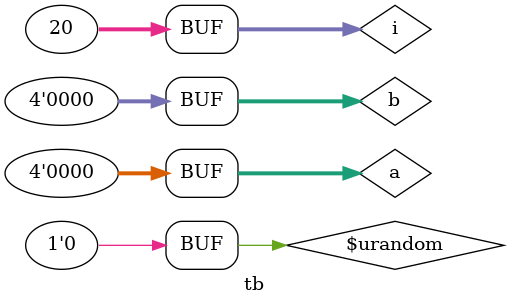
<source format=v>

`timescale 1ns / 1ps

module top(

	input	[3:0]	a, b,
	output	[4:0]	y

);

	reg	[4:0]	temp;

	always@(*) begin

	temp = a + b;

	end
	
	assign y = temp;
	
endmodule
 
/////////////////////////////////
 
module tb;

	reg		[3:0]	a = 0, b = 0;
	wire	[4:0]	y;
	
	top dut (a, b, y);	// Implicit 
	
	integer i = 0;
	
	initial begin
	
		for(i = 0; i< 20; i = i+1) begin
		
			a = $urandom;
			b = $urandom;
			#10;
		
		end
		
	end

endmodule
</source>
